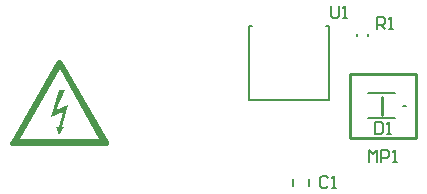
<source format=gto>
G04*
G04 #@! TF.GenerationSoftware,Altium Limited,Altium Designer,20.0.11 (256)*
G04*
G04 Layer_Color=65535*
%FSLAX25Y25*%
%MOIN*%
G70*
G01*
G75*
%ADD10C,0.00787*%
%ADD11C,0.01000*%
%ADD12C,0.00500*%
%ADD13C,0.00700*%
G36*
X37331Y56308D02*
X37476Y56245D01*
X37643Y56162D01*
X37810Y56016D01*
X37955Y55829D01*
X53453Y28979D01*
X53474Y28958D01*
X53495Y28896D01*
X53536Y28791D01*
X53557Y28646D01*
X53578Y28500D01*
Y28333D01*
X53536Y28146D01*
X53453Y27979D01*
X53432Y27958D01*
X53391Y27896D01*
X53328Y27833D01*
X53245Y27750D01*
X53120Y27646D01*
X52974Y27583D01*
X52828Y27521D01*
X52641Y27500D01*
X21500Y27500D01*
X21396Y27521D01*
X21271Y27562D01*
X21125Y27625D01*
X20979Y27708D01*
X20854Y27812D01*
X20729Y27979D01*
Y28000D01*
X20687Y28062D01*
X20667Y28146D01*
X20646Y28271D01*
X20625Y28416D01*
Y28604D01*
X20667Y28791D01*
X20729Y28979D01*
X36268Y55829D01*
X36289Y55850D01*
X36310Y55891D01*
X36352Y55954D01*
X36435Y56016D01*
X36539Y56100D01*
X36664Y56183D01*
X36810Y56266D01*
X36977Y56329D01*
X37185D01*
X37331Y56308D01*
D02*
G37*
%LPC*%
G36*
X37122Y53225D02*
X23916Y30041D01*
X50287Y30041D01*
X37122Y53225D01*
D02*
G37*
%LPD*%
G36*
X35956Y39706D02*
X39976Y41331D01*
X37955Y33812D01*
X38705D01*
X36977Y31187D01*
X36018Y33916D01*
X36768D01*
X38164Y38790D01*
X34227Y37186D01*
X36768Y46205D01*
X38768D01*
X35956Y39706D01*
D02*
G37*
D10*
X152500Y41000D02*
X151713D01*
X152500D01*
X139870Y64224D02*
Y64854D01*
X136130Y64224D02*
Y64854D01*
X100250Y67500D02*
X101074D01*
X125926D02*
X126750D01*
Y43000D02*
Y67500D01*
X100250Y43000D02*
X126750D01*
X100250D02*
Y67500D01*
X120158Y14319D02*
Y16681D01*
X114842Y14319D02*
Y16681D01*
D11*
X144500Y38000D02*
Y44000D01*
X133894Y30146D02*
Y51646D01*
Y30146D02*
X155894D01*
Y51646D01*
X133894D02*
X155894D01*
D12*
X140051Y45153D02*
X148949D01*
X140051Y36847D02*
X148949D01*
D13*
X142796Y66479D02*
Y70478D01*
X144796D01*
X145462Y69812D01*
Y68479D01*
X144796Y67813D01*
X142796D01*
X144129D02*
X145462Y66479D01*
X146795D02*
X148128D01*
X147461D01*
Y70478D01*
X146795Y69812D01*
X140229Y22146D02*
Y26145D01*
X141562Y24812D01*
X142895Y26145D01*
Y22146D01*
X144228D02*
Y26145D01*
X146227D01*
X146893Y25479D01*
Y24146D01*
X146227Y23479D01*
X144228D01*
X148226Y22146D02*
X149559D01*
X148893D01*
Y26145D01*
X148226Y25479D01*
X142334Y35499D02*
Y31501D01*
X144334D01*
X145000Y32167D01*
Y34833D01*
X144334Y35499D01*
X142334D01*
X146333Y31501D02*
X147666D01*
X146999D01*
Y35499D01*
X146333Y34833D01*
X127567Y74386D02*
Y71054D01*
X128234Y70387D01*
X129567D01*
X130233Y71054D01*
Y74386D01*
X131566Y70387D02*
X132899D01*
X132232D01*
Y74386D01*
X131566Y73720D01*
X126500Y16833D02*
X125833Y17499D01*
X124501D01*
X123834Y16833D01*
Y14167D01*
X124501Y13501D01*
X125833D01*
X126500Y14167D01*
X127833Y13501D02*
X129166D01*
X128499D01*
Y17499D01*
X127833Y16833D01*
M02*

</source>
